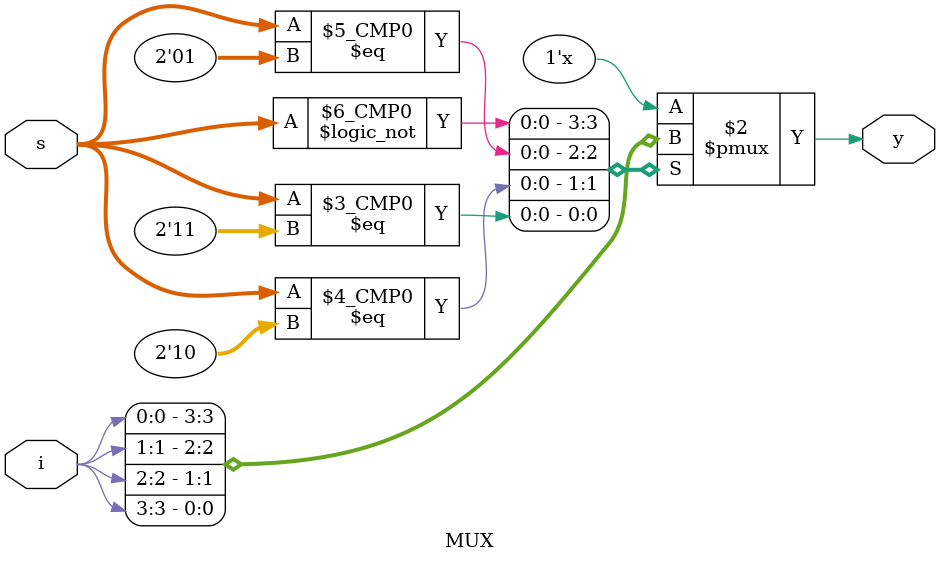
<source format=v>
module MUX(i, s, y);

input [3:0]i;
input [1:0]s;
output y;
reg y;

always@(s or i)
begin
case(s)
2'b00: y=i[0];
2'b01: y=i[1];
2'b10: y=i[2];
2'b11: y=i[3];
default: y=0;
endcase
end

endmodule

</source>
